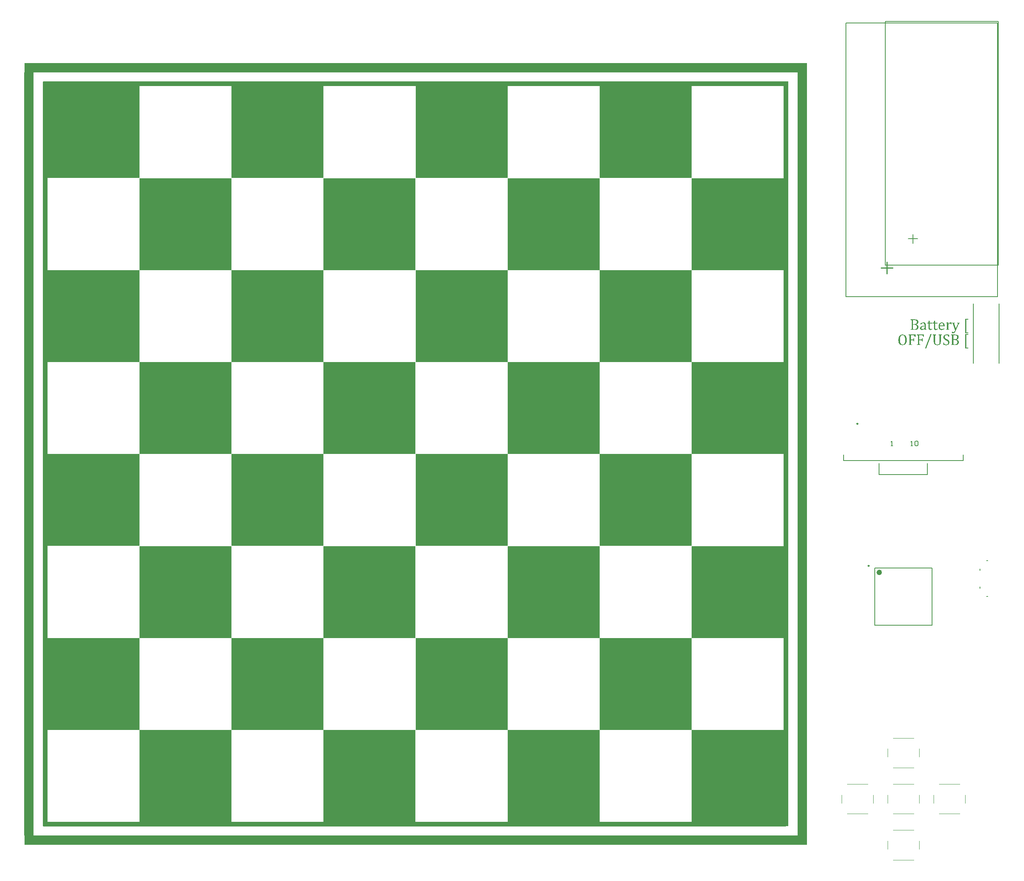
<source format=gto>
G04 Layer_Color=15132400*
%FSLAX25Y25*%
%MOIN*%
G70*
G01*
G75*
%ADD24C,0.01000*%
%ADD25C,0.00984*%
%ADD63C,0.02362*%
%ADD64C,0.00787*%
%ADD65C,0.00394*%
%ADD66C,0.00591*%
%ADD67R,6.69291X0.07874*%
%ADD68R,0.07874X6.57480*%
%ADD69R,0.07874X6.53543*%
%ADD70R,0.03937X6.37795*%
%ADD71R,6.35827X0.03937*%
%ADD72R,6.37795X0.03937*%
%ADD73R,0.78740X0.78740*%
G36*
X889280Y554607D02*
X888639D01*
Y554622D01*
X888610Y554680D01*
X888581Y554767D01*
X888551Y554855D01*
X888464Y555088D01*
X888406Y555205D01*
X888362Y555322D01*
Y555336D01*
X888333Y555365D01*
X888318Y555423D01*
X888274Y555482D01*
X888187Y555613D01*
X888070Y555744D01*
X888041Y555773D01*
X887968Y555832D01*
X887866Y555890D01*
X887720Y555948D01*
X887706D01*
X887691Y555963D01*
X887647D01*
X887589Y555977D01*
X887516Y555992D01*
X887429D01*
X887210Y556007D01*
X885300D01*
Y552435D01*
X886743D01*
X886802Y552449D01*
X886962Y552478D01*
X887093Y552522D01*
X887108D01*
X887123Y552537D01*
X887195Y552595D01*
X887283Y552697D01*
X887370Y552843D01*
Y552857D01*
X887385Y552887D01*
X887414Y552945D01*
X887429Y553018D01*
X887472Y553120D01*
X887502Y553236D01*
X887531Y553382D01*
X887574Y553543D01*
X888187D01*
Y550772D01*
X887574D01*
Y550787D01*
X887560Y550845D01*
X887531Y550918D01*
X887516Y551020D01*
X887443Y551239D01*
X887399Y551341D01*
X887356Y551443D01*
Y551458D01*
X887341Y551487D01*
X887283Y551574D01*
X887195Y551677D01*
X887093Y551764D01*
X887064Y551779D01*
X886977Y551822D01*
X886918Y551837D01*
X886845Y551851D01*
X886743Y551866D01*
X885300D01*
Y549285D01*
Y549271D01*
Y549227D01*
Y549154D01*
Y549067D01*
X885315Y548863D01*
X885329Y548746D01*
X885344Y548658D01*
Y548644D01*
X885358Y548615D01*
X885373Y548527D01*
X885431Y548396D01*
X885489Y548279D01*
X885504Y548265D01*
X885562Y548206D01*
X885650Y548134D01*
X885767Y548075D01*
X885781D01*
X885796Y548061D01*
X885839D01*
X885898Y548046D01*
X886043Y548002D01*
X886218Y547959D01*
Y547638D01*
X883302D01*
Y547959D01*
X883317D01*
X883375Y547973D01*
X883434Y548002D01*
X883521Y548032D01*
X883696Y548090D01*
X883784Y548134D01*
X883842Y548177D01*
X883871Y548206D01*
X883915Y548279D01*
X883988Y548381D01*
X884031Y548542D01*
Y548556D01*
X884046Y548586D01*
Y548644D01*
X884061Y548731D01*
Y548833D01*
X884075Y548950D01*
Y549096D01*
Y549271D01*
Y554942D01*
Y554957D01*
Y555015D01*
Y555103D01*
Y555190D01*
X884061Y555409D01*
X884046Y555511D01*
X884031Y555598D01*
Y555613D01*
Y555628D01*
X884002Y555715D01*
X883973Y555817D01*
X883929Y555919D01*
X883915Y555934D01*
X883871Y555992D01*
X883813Y556036D01*
X883725Y556094D01*
X883696Y556109D01*
X883623Y556138D01*
X883565Y556167D01*
X883492Y556196D01*
X883405Y556225D01*
X883302Y556255D01*
Y556575D01*
X889280D01*
Y554607D01*
D02*
G37*
G36*
X882078D02*
X881436D01*
Y554622D01*
X881407Y554680D01*
X881378Y554767D01*
X881349Y554855D01*
X881261Y555088D01*
X881203Y555205D01*
X881159Y555322D01*
Y555336D01*
X881130Y555365D01*
X881116Y555423D01*
X881072Y555482D01*
X880984Y555613D01*
X880868Y555744D01*
X880838Y555773D01*
X880766Y555832D01*
X880663Y555890D01*
X880518Y555948D01*
X880503D01*
X880489Y555963D01*
X880445D01*
X880387Y555977D01*
X880314Y555992D01*
X880226D01*
X880007Y556007D01*
X878098D01*
Y552435D01*
X879541D01*
X879599Y552449D01*
X879760Y552478D01*
X879891Y552522D01*
X879905D01*
X879920Y552537D01*
X879993Y552595D01*
X880080Y552697D01*
X880168Y552843D01*
Y552857D01*
X880182Y552887D01*
X880212Y552945D01*
X880226Y553018D01*
X880270Y553120D01*
X880299Y553236D01*
X880328Y553382D01*
X880372Y553543D01*
X880984D01*
Y550772D01*
X880372D01*
Y550787D01*
X880357Y550845D01*
X880328Y550918D01*
X880314Y551020D01*
X880241Y551239D01*
X880197Y551341D01*
X880153Y551443D01*
Y551458D01*
X880139Y551487D01*
X880080Y551574D01*
X879993Y551677D01*
X879891Y551764D01*
X879862Y551779D01*
X879774Y551822D01*
X879716Y551837D01*
X879643Y551851D01*
X879541Y551866D01*
X878098D01*
Y549285D01*
Y549271D01*
Y549227D01*
Y549154D01*
Y549067D01*
X878112Y548863D01*
X878127Y548746D01*
X878141Y548658D01*
Y548644D01*
X878156Y548615D01*
X878170Y548527D01*
X878229Y548396D01*
X878287Y548279D01*
X878302Y548265D01*
X878360Y548206D01*
X878447Y548134D01*
X878564Y548075D01*
X878579D01*
X878593Y548061D01*
X878637D01*
X878695Y548046D01*
X878841Y548002D01*
X879016Y547959D01*
Y547638D01*
X876100D01*
Y547959D01*
X876115D01*
X876173Y547973D01*
X876231Y548002D01*
X876319Y548032D01*
X876494Y548090D01*
X876581Y548134D01*
X876639Y548177D01*
X876669Y548206D01*
X876712Y548279D01*
X876785Y548381D01*
X876829Y548542D01*
Y548556D01*
X876844Y548586D01*
Y548644D01*
X876858Y548731D01*
Y548833D01*
X876873Y548950D01*
Y549096D01*
Y549271D01*
Y554942D01*
Y554957D01*
Y555015D01*
Y555103D01*
Y555190D01*
X876858Y555409D01*
X876844Y555511D01*
X876829Y555598D01*
Y555613D01*
Y555628D01*
X876800Y555715D01*
X876771Y555817D01*
X876727Y555919D01*
X876712Y555934D01*
X876669Y555992D01*
X876610Y556036D01*
X876523Y556094D01*
X876494Y556109D01*
X876421Y556138D01*
X876362Y556167D01*
X876289Y556196D01*
X876202Y556225D01*
X876100Y556255D01*
Y556575D01*
X882078D01*
Y554607D01*
D02*
G37*
G36*
X909153Y556677D02*
X909313Y556663D01*
X909663Y556634D01*
X909692D01*
X909751Y556619D01*
X909853Y556604D01*
X909999Y556590D01*
X910174Y556546D01*
X910378Y556517D01*
X910596Y556459D01*
X910859Y556400D01*
Y554622D01*
X910217D01*
Y554651D01*
X910188Y554724D01*
X910159Y554826D01*
X910115Y554957D01*
X910057Y555103D01*
X909984Y555248D01*
X909911Y555394D01*
X909824Y555526D01*
X909809Y555540D01*
X909780Y555584D01*
X909736Y555628D01*
X909678Y555700D01*
X909590Y555773D01*
X909503Y555846D01*
X909401Y555919D01*
X909284Y555977D01*
X909270D01*
X909226Y555992D01*
X909167Y556021D01*
X909065Y556050D01*
X908963Y556065D01*
X908817Y556094D01*
X908672Y556109D01*
X908424D01*
X908351Y556094D01*
X908249D01*
X908118Y556065D01*
X907986Y556036D01*
X907855Y556007D01*
X907724Y555948D01*
X907709D01*
X907666Y555919D01*
X907607Y555875D01*
X907535Y555832D01*
X907447Y555759D01*
X907360Y555671D01*
X907272Y555584D01*
X907185Y555467D01*
X907170Y555453D01*
X907155Y555409D01*
X907126Y555336D01*
X907097Y555248D01*
X907053Y555147D01*
X907024Y555015D01*
X907010Y554870D01*
X906995Y554709D01*
Y554695D01*
Y554636D01*
X907010Y554549D01*
Y554432D01*
X907039Y554315D01*
X907068Y554184D01*
X907097Y554053D01*
X907155Y553922D01*
X907170Y553907D01*
X907185Y553863D01*
X907228Y553805D01*
X907287Y553732D01*
X907360Y553630D01*
X907447Y553528D01*
X907564Y553426D01*
X907680Y553324D01*
X907695Y553309D01*
X907753Y553280D01*
X907826Y553222D01*
X907943Y553149D01*
X908103Y553047D01*
X908278Y552945D01*
X908482Y552828D01*
X908730Y552712D01*
X908745D01*
X908774Y552697D01*
X908817Y552668D01*
X908876Y552639D01*
X909022Y552566D01*
X909211Y552449D01*
X909415Y552332D01*
X909634Y552201D01*
X909838Y552070D01*
X910028Y551924D01*
X910042Y551910D01*
X910100Y551866D01*
X910188Y551793D01*
X910290Y551691D01*
X910407Y551574D01*
X910538Y551429D01*
X910655Y551283D01*
X910757Y551108D01*
X910771Y551093D01*
X910800Y551020D01*
X910844Y550933D01*
X910888Y550802D01*
X910932Y550641D01*
X910975Y550452D01*
X911005Y550248D01*
X911019Y550029D01*
Y550014D01*
Y550000D01*
Y549912D01*
X911005Y549781D01*
X910990Y549621D01*
X910961Y549446D01*
X910932Y549242D01*
X910873Y549052D01*
X910800Y548863D01*
X910786Y548848D01*
X910757Y548790D01*
X910713Y548702D01*
X910640Y548586D01*
X910553Y548469D01*
X910450Y548338D01*
X910334Y548206D01*
X910203Y548090D01*
X910188Y548075D01*
X910130Y548046D01*
X910057Y547988D01*
X909940Y547929D01*
X909809Y547857D01*
X909649Y547784D01*
X909474Y547725D01*
X909284Y547667D01*
X909255D01*
X909197Y547652D01*
X909080Y547623D01*
X908934Y547609D01*
X908759Y547579D01*
X908570Y547550D01*
X908351Y547536D01*
X907943D01*
X907841Y547550D01*
X907724D01*
X907578Y547565D01*
X907432Y547579D01*
X907272Y547594D01*
X907082Y547623D01*
X906674Y547682D01*
X906222Y547754D01*
X905741Y547871D01*
Y549664D01*
X906397D01*
Y549635D01*
X906426Y549577D01*
X906456Y549460D01*
X906485Y549344D01*
X906543Y549198D01*
X906601Y549038D01*
X906674Y548892D01*
X906747Y548761D01*
X906762Y548746D01*
X906791Y548702D01*
X906835Y548644D01*
X906907Y548571D01*
X906980Y548498D01*
X907082Y548411D01*
X907185Y548338D01*
X907316Y548265D01*
X907330D01*
X907389Y548236D01*
X907462Y548221D01*
X907564Y548192D01*
X907695Y548163D01*
X907855Y548134D01*
X908030Y548119D01*
X908234Y548104D01*
X908366D01*
X908497Y548119D01*
X908672Y548148D01*
X908861Y548206D01*
X909065Y548265D01*
X909255Y548367D01*
X909415Y548498D01*
X909430Y548513D01*
X909474Y548571D01*
X909546Y548673D01*
X909619Y548804D01*
X909692Y548965D01*
X909765Y549169D01*
X909809Y549402D01*
X909824Y549664D01*
Y549694D01*
Y549752D01*
X909809Y549839D01*
Y549956D01*
X909780Y550087D01*
X909751Y550218D01*
X909707Y550364D01*
X909649Y550495D01*
Y550510D01*
X909619Y550554D01*
X909576Y550612D01*
X909517Y550700D01*
X909444Y550802D01*
X909342Y550904D01*
X909226Y551006D01*
X909095Y551122D01*
X909080Y551137D01*
X909022Y551181D01*
X908934Y551239D01*
X908803Y551312D01*
X908642Y551414D01*
X908438Y551531D01*
X908191Y551662D01*
X907914Y551808D01*
X907899D01*
X907884Y551822D01*
X907841Y551851D01*
X907782Y551881D01*
X907651Y551954D01*
X907476Y552056D01*
X907287Y552158D01*
X907082Y552289D01*
X906878Y552420D01*
X906703Y552551D01*
X906689Y552566D01*
X906631Y552610D01*
X906543Y552682D01*
X906456Y552784D01*
X906339Y552901D01*
X906237Y553032D01*
X906120Y553178D01*
X906033Y553339D01*
X906018Y553353D01*
X906004Y553411D01*
X905960Y553499D01*
X905931Y553616D01*
X905887Y553761D01*
X905843Y553922D01*
X905829Y554097D01*
X905814Y554286D01*
Y554301D01*
Y554315D01*
Y554403D01*
X905829Y554549D01*
X905858Y554724D01*
X905902Y554913D01*
X905960Y555132D01*
X906033Y555351D01*
X906149Y555555D01*
X906164Y555584D01*
X906222Y555642D01*
X906295Y555744D01*
X906412Y555861D01*
X906558Y555992D01*
X906733Y556138D01*
X906937Y556269D01*
X907170Y556386D01*
X907185D01*
X907199Y556400D01*
X907287Y556429D01*
X907432Y556488D01*
X907607Y556546D01*
X907841Y556590D01*
X908103Y556648D01*
X908395Y556677D01*
X908701Y556692D01*
X909007D01*
X909153Y556677D01*
D02*
G37*
G36*
X894268Y566885D02*
X896382D01*
Y566229D01*
X894268D01*
Y563313D01*
Y563283D01*
Y563211D01*
Y563094D01*
Y562948D01*
X894282Y562788D01*
Y562613D01*
X894297Y562452D01*
X894312Y562292D01*
Y562278D01*
X894326Y562234D01*
X894341Y562161D01*
X894355Y562088D01*
X894428Y561898D01*
X894516Y561709D01*
Y561694D01*
X894545Y561680D01*
X894618Y561592D01*
X894720Y561490D01*
X894836Y561403D01*
X894851D01*
X894866Y561388D01*
X894909Y561374D01*
X894968Y561359D01*
X895113Y561330D01*
X895317Y561315D01*
X895420D01*
X895478Y561330D01*
X895638Y561359D01*
X895799Y561417D01*
X895813D01*
X895842Y561446D01*
X895886Y561461D01*
X895944Y561505D01*
X896090Y561607D01*
X896265Y561738D01*
X896557Y561374D01*
X896542Y561359D01*
X896484Y561301D01*
X896382Y561213D01*
X896265Y561126D01*
X896134Y561009D01*
X895988Y560907D01*
X895828Y560805D01*
X895667Y560717D01*
X895653Y560703D01*
X895595Y560688D01*
X895522Y560659D01*
X895405Y560630D01*
X895274Y560586D01*
X895128Y560557D01*
X894968Y560542D01*
X894807Y560528D01*
X894720D01*
X894676Y560542D01*
X894516Y560557D01*
X894341Y560586D01*
X894137Y560644D01*
X893918Y560732D01*
X893728Y560863D01*
X893553Y561024D01*
X893539Y561053D01*
X893495Y561111D01*
X893422Y561242D01*
X893349Y561403D01*
X893276Y561621D01*
X893203Y561898D01*
X893160Y562205D01*
X893145Y562584D01*
Y566229D01*
X892168D01*
Y566564D01*
X892183D01*
X892227Y566579D01*
X892285Y566593D01*
X892358Y566608D01*
X892533Y566666D01*
X892708Y566753D01*
X892722D01*
X892737Y566783D01*
X892824Y566841D01*
X892926Y566958D01*
X893014Y567089D01*
Y567103D01*
X893029Y567133D01*
X893058Y567176D01*
X893087Y567235D01*
X893130Y567395D01*
X893189Y567599D01*
Y567614D01*
X893203Y567658D01*
X893218Y567730D01*
X893233Y567832D01*
X893262Y567964D01*
X893276Y568124D01*
X893305Y568314D01*
X893335Y568518D01*
X894268D01*
Y566885D01*
D02*
G37*
G36*
X927277Y569465D02*
X925498D01*
Y558355D01*
X927277D01*
Y557816D01*
X924346D01*
Y570005D01*
X927277D01*
Y569465D01*
D02*
G37*
G36*
X927261Y556473D02*
X925482D01*
Y545363D01*
X927261D01*
Y544824D01*
X924331D01*
Y557013D01*
X927261D01*
Y556473D01*
D02*
G37*
G36*
X891147Y544824D02*
X890111D01*
X894864Y557013D01*
X895885D01*
X891147Y544824D01*
D02*
G37*
G36*
X871143Y556677D02*
X871245D01*
X871362Y556663D01*
X871638Y556634D01*
X871945Y556561D01*
X872266Y556473D01*
X872601Y556342D01*
X872907Y556167D01*
X872922D01*
X872936Y556138D01*
X872980Y556109D01*
X873038Y556065D01*
X873184Y555948D01*
X873359Y555788D01*
X873549Y555569D01*
X873753Y555307D01*
X873942Y555001D01*
X874117Y554651D01*
Y554636D01*
X874132Y554607D01*
X874161Y554549D01*
X874175Y554476D01*
X874219Y554374D01*
X874248Y554257D01*
X874277Y554126D01*
X874321Y553980D01*
X874365Y553805D01*
X874394Y553616D01*
X874438Y553426D01*
X874467Y553207D01*
X874511Y552741D01*
X874525Y552216D01*
Y552201D01*
Y552143D01*
Y552070D01*
Y551954D01*
X874511Y551822D01*
X874496Y551677D01*
X874482Y551502D01*
X874467Y551312D01*
X874409Y550904D01*
X874336Y550481D01*
X874219Y550043D01*
X874059Y549621D01*
Y549606D01*
X874044Y549577D01*
X874015Y549519D01*
X873971Y549446D01*
X873928Y549358D01*
X873869Y549256D01*
X873724Y549038D01*
X873549Y548775D01*
X873315Y548513D01*
X873067Y548265D01*
X872761Y548046D01*
X872747D01*
X872717Y548032D01*
X872674Y548002D01*
X872615Y547973D01*
X872528Y547929D01*
X872440Y547886D01*
X872324Y547842D01*
X872207Y547798D01*
X871930Y547696D01*
X871595Y547623D01*
X871230Y547565D01*
X870822Y547536D01*
X870691D01*
X870545Y547550D01*
X870341Y547565D01*
X870122Y547594D01*
X869874Y547638D01*
X869627Y547696D01*
X869379Y547784D01*
X869349Y547798D01*
X869277Y547827D01*
X869145Y547900D01*
X868999Y547988D01*
X868825Y548090D01*
X868635Y548236D01*
X868445Y548396D01*
X868270Y548586D01*
X868256Y548615D01*
X868198Y548688D01*
X868110Y548804D01*
X868008Y548965D01*
X867892Y549169D01*
X867775Y549417D01*
X867658Y549679D01*
X867556Y549985D01*
Y550000D01*
X867542Y550029D01*
X867527Y550073D01*
X867512Y550146D01*
X867498Y550218D01*
X867483Y550320D01*
X867454Y550437D01*
X867439Y550568D01*
X867381Y550860D01*
X867352Y551210D01*
X867323Y551604D01*
X867308Y552026D01*
Y552041D01*
Y552099D01*
Y552172D01*
X867323Y552274D01*
Y552406D01*
X867337Y552551D01*
X867352Y552712D01*
X867367Y552887D01*
X867410Y553280D01*
X867498Y553703D01*
X867600Y554126D01*
X867746Y554534D01*
Y554549D01*
X867760Y554578D01*
X867789Y554636D01*
X867833Y554709D01*
X867877Y554797D01*
X867935Y554899D01*
X868081Y555132D01*
X868256Y555394D01*
X868475Y555657D01*
X868737Y555905D01*
X869029Y556138D01*
X869043D01*
X869072Y556167D01*
X869116Y556196D01*
X869174Y556225D01*
X869262Y556269D01*
X869349Y556313D01*
X869583Y556415D01*
X869860Y556517D01*
X870195Y556604D01*
X870560Y556663D01*
X870953Y556692D01*
X871070D01*
X871143Y556677D01*
D02*
G37*
G36*
X904443Y556255D02*
X904429D01*
X904385Y556240D01*
X904312Y556225D01*
X904239Y556196D01*
X904064Y556123D01*
X903977Y556080D01*
X903919Y556036D01*
X903904Y556021D01*
X903846Y555948D01*
X903787Y555846D01*
X903729Y555700D01*
Y555686D01*
X903714Y555657D01*
Y555598D01*
X903700Y555526D01*
X903685Y555423D01*
Y555292D01*
X903671Y555132D01*
Y554942D01*
Y550729D01*
Y550714D01*
Y550700D01*
Y550612D01*
Y550481D01*
X903656Y550306D01*
X903642Y550116D01*
X903612Y549912D01*
X903583Y549694D01*
X903540Y549489D01*
Y549475D01*
X903525Y549402D01*
X903496Y549314D01*
X903452Y549198D01*
X903394Y549052D01*
X903335Y548906D01*
X903175Y548615D01*
X903160Y548600D01*
X903131Y548556D01*
X903088Y548498D01*
X903015Y548411D01*
X902927Y548323D01*
X902825Y548221D01*
X902592Y548032D01*
X902577Y548017D01*
X902534Y547988D01*
X902461Y547944D01*
X902359Y547900D01*
X902242Y547842D01*
X902111Y547784D01*
X901950Y547725D01*
X901775Y547667D01*
X901761D01*
X901688Y547652D01*
X901586Y547623D01*
X901455Y547609D01*
X901280Y547579D01*
X901090Y547550D01*
X900871Y547536D01*
X900507D01*
X900361Y547550D01*
X900172Y547565D01*
X899953Y547579D01*
X899720Y547609D01*
X899486Y547652D01*
X899268Y547711D01*
X899238Y547725D01*
X899180Y547740D01*
X899078Y547784D01*
X898947Y547842D01*
X898801Y547929D01*
X898641Y548032D01*
X898480Y548148D01*
X898335Y548279D01*
X898320Y548294D01*
X898276Y548352D01*
X898203Y548440D01*
X898130Y548556D01*
X898043Y548688D01*
X897955Y548848D01*
X897868Y549038D01*
X897795Y549227D01*
Y549256D01*
X897766Y549329D01*
X897751Y549446D01*
X897722Y549606D01*
X897693Y549810D01*
X897664Y550058D01*
X897649Y550320D01*
X897635Y550627D01*
Y554942D01*
Y554972D01*
Y555030D01*
Y555117D01*
Y555219D01*
X897620Y555453D01*
Y555555D01*
X897606Y555628D01*
Y555642D01*
Y555657D01*
X897576Y555730D01*
X897547Y555832D01*
X897503Y555919D01*
X897489Y555934D01*
X897460Y555977D01*
X897401Y556036D01*
X897328Y556094D01*
X897299Y556109D01*
X897270Y556123D01*
X897226Y556138D01*
X897168Y556167D01*
X897095Y556196D01*
X897008Y556225D01*
X896891Y556255D01*
Y556575D01*
X899647D01*
Y556255D01*
X899632D01*
X899588Y556240D01*
X899530Y556225D01*
X899443Y556196D01*
X899282Y556138D01*
X899195Y556094D01*
X899136Y556050D01*
X899107Y556036D01*
X899063Y555963D01*
X898991Y555861D01*
X898932Y555700D01*
Y555686D01*
Y555657D01*
X898918Y555598D01*
Y555526D01*
X898903Y555423D01*
Y555292D01*
X898888Y555132D01*
Y554942D01*
Y550306D01*
Y550277D01*
Y550204D01*
X898903Y550087D01*
Y549927D01*
X898918Y549766D01*
X898947Y549577D01*
X898976Y549402D01*
X899020Y549227D01*
Y549212D01*
X899049Y549154D01*
X899078Y549081D01*
X899122Y548979D01*
X899224Y548761D01*
X899297Y548658D01*
X899384Y548556D01*
X899399Y548542D01*
X899428Y548513D01*
X899486Y548483D01*
X899545Y548425D01*
X899632Y548367D01*
X899734Y548309D01*
X899967Y548206D01*
X899982D01*
X900026Y548192D01*
X900099Y548177D01*
X900201Y548163D01*
X900317Y548134D01*
X900463Y548119D01*
X900624Y548104D01*
X900871D01*
X900959Y548119D01*
X901075D01*
X901207Y548148D01*
X901338Y548177D01*
X901484Y548206D01*
X901615Y548265D01*
X901630Y548279D01*
X901673Y548294D01*
X901732Y548338D01*
X901819Y548381D01*
X901907Y548454D01*
X902009Y548542D01*
X902111Y548629D01*
X902198Y548746D01*
X902213Y548761D01*
X902242Y548804D01*
X902271Y548877D01*
X902329Y548979D01*
X902373Y549096D01*
X902431Y549227D01*
X902475Y549387D01*
X902504Y549562D01*
Y549591D01*
X902519Y549650D01*
X902534Y549752D01*
X902548Y549898D01*
X902563Y550087D01*
X902577Y550306D01*
X902592Y550554D01*
Y550845D01*
Y554942D01*
Y554972D01*
Y555030D01*
Y555132D01*
Y555248D01*
X902563Y555511D01*
X902548Y555628D01*
X902534Y555715D01*
Y555730D01*
X902519Y555744D01*
X902490Y555832D01*
X902446Y555948D01*
X902359Y556036D01*
X902329Y556050D01*
X902300Y556080D01*
X902242Y556109D01*
X902169Y556138D01*
X902082Y556182D01*
X901965Y556211D01*
X901834Y556255D01*
Y556575D01*
X904443D01*
Y556255D01*
D02*
G37*
G36*
X916414Y556561D02*
X916647Y556546D01*
X916909Y556517D01*
X917186Y556488D01*
X917463Y556429D01*
X917711Y556357D01*
X917726D01*
X917741Y556342D01*
X917813Y556313D01*
X917930Y556269D01*
X918076Y556196D01*
X918222Y556094D01*
X918382Y555992D01*
X918528Y555861D01*
X918659Y555700D01*
X918674Y555686D01*
X918703Y555628D01*
X918761Y555526D01*
X918819Y555394D01*
X918863Y555234D01*
X918921Y555044D01*
X918951Y554826D01*
X918965Y554578D01*
Y554549D01*
Y554476D01*
X918951Y554374D01*
X918936Y554243D01*
X918907Y554082D01*
X918878Y553922D01*
X918819Y553747D01*
X918746Y553586D01*
X918732Y553572D01*
X918703Y553513D01*
X918659Y553441D01*
X918601Y553339D01*
X918513Y553236D01*
X918411Y553120D01*
X918178Y552887D01*
X918163Y552872D01*
X918120Y552843D01*
X918032Y552784D01*
X917930Y552726D01*
X917799Y552639D01*
X917653Y552551D01*
X917478Y552464D01*
X917274Y552376D01*
Y552318D01*
X917288D01*
X917318Y552303D01*
X917361Y552289D01*
X917420Y552274D01*
X917580Y552201D01*
X917770Y552114D01*
X917988Y551997D01*
X918222Y551851D01*
X918426Y551691D01*
X918615Y551487D01*
X918630Y551458D01*
X918688Y551385D01*
X918761Y551268D01*
X918849Y551108D01*
X918936Y550918D01*
X919009Y550700D01*
X919067Y550437D01*
X919082Y550160D01*
Y550146D01*
Y550116D01*
Y550073D01*
Y550014D01*
X919067Y549839D01*
X919038Y549635D01*
X918980Y549402D01*
X918907Y549154D01*
X918805Y548921D01*
X918674Y548688D01*
X918659Y548658D01*
X918601Y548600D01*
X918513Y548498D01*
X918382Y548381D01*
X918236Y548250D01*
X918047Y548119D01*
X917813Y547988D01*
X917566Y547886D01*
X917551D01*
X917536Y547871D01*
X917493Y547857D01*
X917434Y547842D01*
X917288Y547813D01*
X917084Y547769D01*
X916836Y547711D01*
X916545Y547682D01*
X916210Y547652D01*
X915845Y547638D01*
X912463D01*
Y547959D01*
X912477D01*
X912535Y547973D01*
X912594Y548002D01*
X912681Y548032D01*
X912856Y548090D01*
X912944Y548134D01*
X913002Y548177D01*
X913031Y548206D01*
X913075Y548279D01*
X913148Y548381D01*
X913192Y548542D01*
Y548556D01*
X913206Y548586D01*
Y548644D01*
X913221Y548731D01*
Y548833D01*
X913235Y548950D01*
Y549096D01*
Y549271D01*
Y554942D01*
Y554957D01*
Y555015D01*
Y555103D01*
Y555190D01*
X913221Y555409D01*
X913206Y555511D01*
X913192Y555598D01*
Y555613D01*
Y555628D01*
X913162Y555715D01*
X913133Y555817D01*
X913089Y555919D01*
X913075Y555934D01*
X913031Y555992D01*
X912973Y556036D01*
X912885Y556094D01*
X912856Y556109D01*
X912783Y556138D01*
X912725Y556167D01*
X912652Y556196D01*
X912565Y556225D01*
X912463Y556255D01*
Y556575D01*
X916312D01*
X916414Y556561D01*
D02*
G37*
G36*
X889194Y566987D02*
X889340Y566972D01*
X889515Y566958D01*
X889690Y566914D01*
X889850Y566870D01*
X890010Y566797D01*
X890025Y566783D01*
X890069Y566753D01*
X890142Y566710D01*
X890229Y566637D01*
X890331Y566549D01*
X890419Y566447D01*
X890521Y566316D01*
X890594Y566156D01*
X890608Y566141D01*
X890623Y566083D01*
X890652Y565981D01*
X890696Y565835D01*
X890739Y565660D01*
X890769Y565441D01*
X890783Y565179D01*
X890798Y564873D01*
Y562598D01*
Y562584D01*
Y562525D01*
Y562438D01*
Y562336D01*
Y562103D01*
Y562000D01*
Y561913D01*
Y561898D01*
Y561884D01*
X890812Y561796D01*
X890827Y561665D01*
X890841Y561534D01*
X890856Y561505D01*
X890871Y561446D01*
X890900Y561359D01*
X890944Y561271D01*
X890958Y561257D01*
X891002Y561213D01*
X891060Y561155D01*
X891133Y561096D01*
X891162Y561082D01*
X891235Y561053D01*
X891366Y561009D01*
X891454Y560980D01*
X891556Y560951D01*
Y560630D01*
X889763D01*
X889792Y561563D01*
X889690Y561592D01*
X889660Y561563D01*
X889588Y561505D01*
X889485Y561388D01*
X889340Y561271D01*
X889179Y561140D01*
X888990Y560994D01*
X888800Y560863D01*
X888611Y560761D01*
X888582Y560747D01*
X888523Y560732D01*
X888421Y560688D01*
X888290Y560644D01*
X888144Y560601D01*
X887955Y560572D01*
X887765Y560542D01*
X887561Y560528D01*
X887473D01*
X887386Y560542D01*
X887269Y560557D01*
X887124Y560572D01*
X886978Y560615D01*
X886817Y560659D01*
X886672Y560717D01*
X886657Y560732D01*
X886613Y560747D01*
X886540Y560790D01*
X886453Y560863D01*
X886365Y560936D01*
X886263Y561024D01*
X886176Y561140D01*
X886088Y561257D01*
X886074Y561271D01*
X886059Y561315D01*
X886030Y561388D01*
X885986Y561490D01*
X885943Y561607D01*
X885913Y561738D01*
X885899Y561898D01*
X885884Y562059D01*
Y562073D01*
Y562103D01*
Y562146D01*
X885899Y562219D01*
X885928Y562394D01*
X886001Y562613D01*
X886117Y562846D01*
X886191Y562963D01*
X886278Y563094D01*
X886395Y563211D01*
X886526Y563327D01*
X886672Y563444D01*
X886832Y563546D01*
X886847D01*
X886876Y563575D01*
X886934Y563590D01*
X887007Y563633D01*
X887109Y563677D01*
X887226Y563721D01*
X887371Y563765D01*
X887546Y563823D01*
X887736Y563867D01*
X887940Y563925D01*
X888173Y563969D01*
X888436Y564027D01*
X888713Y564056D01*
X889004Y564100D01*
X889325Y564129D01*
X889675Y564144D01*
Y564581D01*
Y564596D01*
Y564610D01*
Y564698D01*
Y564814D01*
X889660Y564960D01*
X889646Y565135D01*
X889617Y565310D01*
X889588Y565485D01*
X889544Y565645D01*
Y565660D01*
X889515Y565704D01*
X889485Y565777D01*
X889442Y565864D01*
X889311Y566054D01*
X889238Y566156D01*
X889136Y566229D01*
X889121Y566243D01*
X889092Y566258D01*
X889019Y566287D01*
X888931Y566331D01*
X888829Y566360D01*
X888698Y566389D01*
X888552Y566404D01*
X888377Y566418D01*
X888290D01*
X888202Y566404D01*
X888086Y566389D01*
X887955Y566345D01*
X887823Y566301D01*
X887678Y566229D01*
X887561Y566141D01*
X887546Y566127D01*
X887517Y566097D01*
X887459Y566024D01*
X887386Y565937D01*
X887313Y565835D01*
X887240Y565689D01*
X887167Y565529D01*
X887094Y565339D01*
X886234D01*
Y566185D01*
X886249D01*
X886263Y566199D01*
X886336Y566243D01*
X886453Y566301D01*
X886599Y566374D01*
X886774Y566447D01*
X886949Y566535D01*
X887124Y566608D01*
X887284Y566666D01*
X887298Y566681D01*
X887357Y566695D01*
X887444Y566724D01*
X887546Y566753D01*
X887678Y566797D01*
X887809Y566841D01*
X888115Y566914D01*
X888130D01*
X888188Y566928D01*
X888275Y566943D01*
X888377Y566958D01*
X888509Y566972D01*
X888655Y566987D01*
X888975Y567001D01*
X889077D01*
X889194Y566987D01*
D02*
G37*
G36*
X912668D02*
X912901Y566958D01*
Y565456D01*
X912157D01*
Y565471D01*
X912128Y565514D01*
X912099Y565573D01*
X912055Y565645D01*
X911953Y565820D01*
X911895Y565893D01*
X911822Y565966D01*
X911808Y565981D01*
X911793Y565995D01*
X911749Y566024D01*
X911691Y566054D01*
X911545Y566097D01*
X911443Y566127D01*
X911254D01*
X911195Y566112D01*
X911049Y566068D01*
X910874Y565981D01*
X910860D01*
X910831Y565952D01*
X910787Y565922D01*
X910729Y565879D01*
X910583Y565762D01*
X910422Y565587D01*
X910408Y565573D01*
X910393Y565543D01*
X910349Y565485D01*
X910306Y565427D01*
X910204Y565266D01*
X910116Y565091D01*
Y565077D01*
X910102Y565048D01*
X910087Y565004D01*
Y564946D01*
X910073Y564858D01*
X910058Y564771D01*
X910043Y564552D01*
Y562263D01*
Y562234D01*
Y562161D01*
Y562059D01*
X910058Y561942D01*
X910073Y561665D01*
X910087Y561534D01*
X910116Y561432D01*
Y561417D01*
X910131Y561403D01*
X910175Y561315D01*
X910248Y561199D01*
X910349Y561111D01*
X910364D01*
X910379Y561096D01*
X910422Y561082D01*
X910481Y561053D01*
X910554Y561024D01*
X910641Y560994D01*
X910743Y560980D01*
X910860Y560951D01*
Y560630D01*
X908221D01*
Y560951D01*
X908235D01*
X908265Y560965D01*
X908352Y560994D01*
X908469Y561038D01*
X908571Y561082D01*
X908585Y561096D01*
X908644Y561126D01*
X908702Y561169D01*
X908760Y561242D01*
X908775Y561257D01*
X908804Y561315D01*
X908848Y561417D01*
X908877Y561563D01*
Y561578D01*
X908891Y561607D01*
Y561651D01*
X908906Y561738D01*
Y561826D01*
X908921Y561942D01*
Y562088D01*
Y562248D01*
Y565106D01*
Y565121D01*
Y565179D01*
Y565252D01*
Y565339D01*
Y565558D01*
X908906Y565777D01*
Y565791D01*
Y565820D01*
X908891Y565864D01*
Y565922D01*
X908862Y566054D01*
X908804Y566185D01*
Y566199D01*
X908790Y566214D01*
X908746Y566272D01*
X908673Y566345D01*
X908571Y566418D01*
X908542Y566433D01*
X908454Y566462D01*
X908308Y566506D01*
X908119Y566549D01*
Y566885D01*
X909650Y566943D01*
X910043D01*
X909985Y565806D01*
X910073Y565777D01*
X910087Y565791D01*
X910131Y565850D01*
X910204Y565937D01*
X910291Y566039D01*
X910510Y566258D01*
X910627Y566374D01*
X910743Y566476D01*
X910758Y566491D01*
X910802Y566520D01*
X910860Y566564D01*
X910947Y566622D01*
X911035Y566681D01*
X911151Y566739D01*
X911399Y566856D01*
X911414D01*
X911458Y566885D01*
X911545Y566899D01*
X911633Y566928D01*
X911764Y566958D01*
X911895Y566972D01*
X912055Y567001D01*
X912449D01*
X912668Y566987D01*
D02*
G37*
G36*
X919914Y566564D02*
X919899D01*
X919870Y566549D01*
X919827D01*
X919768Y566535D01*
X919637Y566476D01*
X919506Y566404D01*
X919477Y566389D01*
X919418Y566331D01*
X919331Y566214D01*
X919229Y566068D01*
Y566054D01*
X919200Y566024D01*
X919170Y565966D01*
X919141Y565893D01*
X919098Y565806D01*
X919039Y565689D01*
X918981Y565558D01*
X918908Y565412D01*
X916531Y560105D01*
Y560090D01*
X916517Y560076D01*
X916502Y560032D01*
X916473Y559974D01*
X916400Y559828D01*
X916313Y559639D01*
X916211Y559420D01*
X916094Y559201D01*
X915963Y558997D01*
X915832Y558793D01*
X915817Y558764D01*
X915773Y558705D01*
X915700Y558618D01*
X915613Y558501D01*
X915496Y558385D01*
X915380Y558253D01*
X915234Y558137D01*
X915088Y558035D01*
X915073Y558020D01*
X915015Y557991D01*
X914928Y557947D01*
X914811Y557903D01*
X914665Y557860D01*
X914505Y557816D01*
X914315Y557787D01*
X914111Y557772D01*
X913965D01*
X913878Y557787D01*
X913747D01*
X913615Y557801D01*
X913455Y557816D01*
X913295Y557845D01*
Y559143D01*
X913878D01*
Y559128D01*
X913892Y559099D01*
X913907Y559055D01*
X913936Y558997D01*
X913995Y558880D01*
X914038Y558822D01*
X914082Y558778D01*
X914111Y558764D01*
X914170Y558735D01*
X914272Y558691D01*
X914417Y558676D01*
X914447D01*
X914534Y558691D01*
X914651Y558705D01*
X914767Y558749D01*
X914782D01*
X914796Y558764D01*
X914869Y558807D01*
X914971Y558895D01*
X915088Y559012D01*
X915103Y559026D01*
X915117Y559041D01*
X915161Y559084D01*
X915205Y559143D01*
X915263Y559230D01*
X915321Y559318D01*
X915409Y559434D01*
X915482Y559566D01*
X915496Y559580D01*
X915525Y559639D01*
X915569Y559711D01*
X915627Y559828D01*
X915715Y559974D01*
X915802Y560134D01*
X915890Y560324D01*
X915992Y560528D01*
X914155Y565456D01*
Y565471D01*
X914126Y565529D01*
X914097Y565616D01*
X914053Y565718D01*
X913965Y565937D01*
X913907Y566039D01*
X913863Y566127D01*
Y566141D01*
X913849Y566156D01*
X913790Y566229D01*
X913717Y566331D01*
X913630Y566404D01*
X913615Y566418D01*
X913542Y566462D01*
X913426Y566520D01*
X913266Y566564D01*
Y566885D01*
X915934D01*
Y566564D01*
X915919D01*
X915875Y566549D01*
X915832Y566535D01*
X915759Y566520D01*
X915613Y566476D01*
X915540Y566447D01*
X915482Y566418D01*
X915467Y566404D01*
X915423Y566374D01*
X915365Y566316D01*
X915307Y566243D01*
X915292Y566229D01*
X915277Y566170D01*
X915263Y566083D01*
X915248Y565966D01*
Y565952D01*
Y565937D01*
Y565850D01*
X915263Y565733D01*
X915292Y565602D01*
Y565587D01*
X915307Y565573D01*
Y565529D01*
X915321Y565471D01*
X915365Y565339D01*
X915423Y565164D01*
X916590Y561869D01*
X917902Y565019D01*
Y565033D01*
X917916Y565062D01*
X917946Y565121D01*
X917975Y565179D01*
X918019Y565339D01*
X918077Y565500D01*
Y565514D01*
X918091Y565543D01*
X918106Y565573D01*
X918121Y565631D01*
X918135Y565762D01*
X918150Y565908D01*
Y565922D01*
Y565952D01*
X918135Y566010D01*
Y566068D01*
X918077Y566214D01*
X918048Y566287D01*
X917989Y566345D01*
X917960Y566374D01*
X917916Y566389D01*
X917858Y566433D01*
X917785Y566462D01*
X917698Y566506D01*
X917581Y566535D01*
X917450Y566564D01*
Y566885D01*
X919914D01*
Y566564D01*
D02*
G37*
G36*
X898817Y566885D02*
X900931D01*
Y566229D01*
X898817D01*
Y563313D01*
Y563283D01*
Y563211D01*
Y563094D01*
Y562948D01*
X898831Y562788D01*
Y562613D01*
X898846Y562452D01*
X898860Y562292D01*
Y562278D01*
X898875Y562234D01*
X898890Y562161D01*
X898904Y562088D01*
X898977Y561898D01*
X899065Y561709D01*
Y561694D01*
X899094Y561680D01*
X899167Y561592D01*
X899269Y561490D01*
X899385Y561403D01*
X899400D01*
X899415Y561388D01*
X899458Y561374D01*
X899517Y561359D01*
X899662Y561330D01*
X899866Y561315D01*
X899969D01*
X900027Y561330D01*
X900187Y561359D01*
X900348Y561417D01*
X900362D01*
X900391Y561446D01*
X900435Y561461D01*
X900493Y561505D01*
X900639Y561607D01*
X900814Y561738D01*
X901106Y561374D01*
X901091Y561359D01*
X901033Y561301D01*
X900931Y561213D01*
X900814Y561126D01*
X900683Y561009D01*
X900537Y560907D01*
X900377Y560805D01*
X900216Y560717D01*
X900202Y560703D01*
X900144Y560688D01*
X900071Y560659D01*
X899954Y560630D01*
X899823Y560586D01*
X899677Y560557D01*
X899517Y560542D01*
X899356Y560528D01*
X899269D01*
X899225Y560542D01*
X899065Y560557D01*
X898890Y560586D01*
X898685Y560644D01*
X898467Y560732D01*
X898277Y560863D01*
X898102Y561024D01*
X898088Y561053D01*
X898044Y561111D01*
X897971Y561242D01*
X897898Y561403D01*
X897825Y561621D01*
X897752Y561898D01*
X897709Y562205D01*
X897694Y562584D01*
Y566229D01*
X896717D01*
Y566564D01*
X896732D01*
X896776Y566579D01*
X896834Y566593D01*
X896907Y566608D01*
X897082Y566666D01*
X897257Y566753D01*
X897271D01*
X897286Y566783D01*
X897373Y566841D01*
X897475Y566958D01*
X897563Y567089D01*
Y567103D01*
X897577Y567133D01*
X897607Y567176D01*
X897636Y567235D01*
X897680Y567395D01*
X897738Y567599D01*
Y567614D01*
X897752Y567658D01*
X897767Y567730D01*
X897782Y567832D01*
X897811Y567964D01*
X897825Y568124D01*
X897854Y568314D01*
X897884Y568518D01*
X898817D01*
Y566885D01*
D02*
G37*
G36*
X904780Y566987D02*
X904940Y566972D01*
X905115Y566943D01*
X905305Y566914D01*
X905494Y566856D01*
X905684Y566783D01*
X905698Y566768D01*
X905757Y566739D01*
X905844Y566695D01*
X905946Y566637D01*
X906078Y566549D01*
X906194Y566462D01*
X906311Y566345D01*
X906427Y566214D01*
X906442Y566199D01*
X906471Y566156D01*
X906530Y566068D01*
X906588Y565966D01*
X906646Y565835D01*
X906719Y565675D01*
X906792Y565500D01*
X906850Y565296D01*
X906865Y565266D01*
X906880Y565194D01*
X906909Y565077D01*
X906938Y564902D01*
X906967Y564698D01*
X906996Y564450D01*
X907011Y564173D01*
X907025Y563852D01*
X902899D01*
Y563735D01*
Y563721D01*
Y563706D01*
Y563663D01*
Y563604D01*
X902914Y563458D01*
X902928Y563283D01*
X902943Y563079D01*
X902972Y562861D01*
X903016Y562642D01*
X903074Y562438D01*
X903089Y562409D01*
X903103Y562350D01*
X903147Y562263D01*
X903205Y562132D01*
X903293Y562000D01*
X903395Y561869D01*
X903512Y561738D01*
X903643Y561607D01*
X903657Y561592D01*
X903716Y561563D01*
X903803Y561519D01*
X903920Y561461D01*
X904066Y561403D01*
X904241Y561359D01*
X904445Y561330D01*
X904678Y561315D01*
X904765D01*
X904867Y561330D01*
X904999Y561344D01*
X905144Y561359D01*
X905305Y561403D01*
X905480Y561446D01*
X905640Y561505D01*
X905655Y561519D01*
X905713Y561549D01*
X905801Y561592D01*
X905917Y561665D01*
X906048Y561753D01*
X906194Y561869D01*
X906340Y562000D01*
X906500Y562161D01*
X906894Y561738D01*
X906880Y561723D01*
X906821Y561665D01*
X906748Y561592D01*
X906646Y561490D01*
X906530Y561374D01*
X906398Y561271D01*
X906267Y561155D01*
X906136Y561053D01*
X906121Y561038D01*
X906078Y561009D01*
X906005Y560965D01*
X905903Y560907D01*
X905801Y560849D01*
X905669Y560776D01*
X905363Y560659D01*
X905349D01*
X905290Y560644D01*
X905203Y560615D01*
X905086Y560601D01*
X904955Y560572D01*
X904795Y560542D01*
X904620Y560528D01*
X904299D01*
X904211Y560542D01*
X904095Y560557D01*
X903963Y560572D01*
X903672Y560630D01*
X903337Y560717D01*
X903001Y560863D01*
X902841Y560965D01*
X902680Y561067D01*
X902535Y561184D01*
X902389Y561330D01*
Y561344D01*
X902360Y561374D01*
X902330Y561417D01*
X902287Y561476D01*
X902228Y561563D01*
X902170Y561665D01*
X902112Y561796D01*
X902054Y561928D01*
X901981Y562088D01*
X901922Y562263D01*
X901864Y562467D01*
X901806Y562671D01*
X901762Y562904D01*
X901733Y563167D01*
X901718Y563429D01*
X901704Y563721D01*
Y563735D01*
Y563765D01*
Y563823D01*
Y563881D01*
X901718Y563969D01*
Y564071D01*
X901747Y564304D01*
X901791Y564567D01*
X901849Y564858D01*
X901937Y565150D01*
X902054Y565441D01*
Y565456D01*
X902068Y565471D01*
X902112Y565558D01*
X902199Y565704D01*
X902316Y565864D01*
X902447Y566054D01*
X902622Y566243D01*
X902812Y566433D01*
X903045Y566593D01*
X903059D01*
X903074Y566608D01*
X903162Y566651D01*
X903293Y566724D01*
X903482Y566797D01*
X903701Y566870D01*
X903949Y566943D01*
X904241Y566987D01*
X904547Y567001D01*
X904663D01*
X904780Y566987D01*
D02*
G37*
G36*
X881904Y569553D02*
X882137Y569538D01*
X882400Y569509D01*
X882677Y569480D01*
X882954Y569422D01*
X883202Y569349D01*
X883216D01*
X883231Y569334D01*
X883304Y569305D01*
X883420Y569261D01*
X883566Y569188D01*
X883712Y569086D01*
X883872Y568984D01*
X884018Y568853D01*
X884149Y568693D01*
X884164Y568678D01*
X884193Y568620D01*
X884251Y568518D01*
X884310Y568387D01*
X884353Y568226D01*
X884412Y568037D01*
X884441Y567818D01*
X884455Y567570D01*
Y567541D01*
Y567468D01*
X884441Y567366D01*
X884426Y567235D01*
X884397Y567074D01*
X884368Y566914D01*
X884310Y566739D01*
X884237Y566579D01*
X884222Y566564D01*
X884193Y566506D01*
X884149Y566433D01*
X884091Y566331D01*
X884003Y566229D01*
X883901Y566112D01*
X883668Y565879D01*
X883654Y565864D01*
X883610Y565835D01*
X883522Y565777D01*
X883420Y565718D01*
X883289Y565631D01*
X883143Y565543D01*
X882968Y565456D01*
X882764Y565368D01*
Y565310D01*
X882779D01*
X882808Y565296D01*
X882852Y565281D01*
X882910Y565266D01*
X883070Y565194D01*
X883260Y565106D01*
X883479Y564989D01*
X883712Y564844D01*
X883916Y564683D01*
X884105Y564479D01*
X884120Y564450D01*
X884178Y564377D01*
X884251Y564260D01*
X884339Y564100D01*
X884426Y563910D01*
X884499Y563692D01*
X884558Y563429D01*
X884572Y563152D01*
Y563138D01*
Y563108D01*
Y563065D01*
Y563006D01*
X884558Y562831D01*
X884528Y562627D01*
X884470Y562394D01*
X884397Y562146D01*
X884295Y561913D01*
X884164Y561680D01*
X884149Y561651D01*
X884091Y561592D01*
X884003Y561490D01*
X883872Y561374D01*
X883726Y561242D01*
X883537Y561111D01*
X883304Y560980D01*
X883056Y560878D01*
X883041D01*
X883027Y560863D01*
X882983Y560849D01*
X882924Y560834D01*
X882779Y560805D01*
X882575Y560761D01*
X882327Y560703D01*
X882035Y560674D01*
X881700Y560644D01*
X881335Y560630D01*
X877953D01*
Y560951D01*
X877967D01*
X878026Y560965D01*
X878084Y560994D01*
X878172Y561024D01*
X878346Y561082D01*
X878434Y561126D01*
X878492Y561169D01*
X878521Y561199D01*
X878565Y561271D01*
X878638Y561374D01*
X878682Y561534D01*
Y561549D01*
X878696Y561578D01*
Y561636D01*
X878711Y561723D01*
Y561826D01*
X878726Y561942D01*
Y562088D01*
Y562263D01*
Y567935D01*
Y567949D01*
Y568007D01*
Y568095D01*
Y568182D01*
X878711Y568401D01*
X878696Y568503D01*
X878682Y568591D01*
Y568605D01*
Y568620D01*
X878653Y568707D01*
X878623Y568809D01*
X878580Y568911D01*
X878565Y568926D01*
X878521Y568984D01*
X878463Y569028D01*
X878376Y569086D01*
X878346Y569101D01*
X878273Y569130D01*
X878215Y569159D01*
X878142Y569188D01*
X878055Y569217D01*
X877953Y569247D01*
Y569567D01*
X881802D01*
X881904Y569553D01*
D02*
G37*
%LPC*%
G36*
X904488Y566491D02*
X904459D01*
X904372Y566476D01*
X904255Y566462D01*
X904109Y566418D01*
X903934Y566360D01*
X903745Y566258D01*
X903570Y566127D01*
X903409Y565937D01*
X903395Y565908D01*
X903351Y565835D01*
X903278Y565718D01*
X903191Y565543D01*
X903118Y565325D01*
X903030Y565062D01*
X902972Y564756D01*
X902928Y564406D01*
X905801D01*
Y564421D01*
Y564435D01*
X905786Y564523D01*
Y564654D01*
X905757Y564814D01*
X905742Y564989D01*
X905698Y565194D01*
X905655Y565383D01*
X905611Y565558D01*
Y565573D01*
X905582Y565631D01*
X905553Y565718D01*
X905509Y565820D01*
X905378Y566039D01*
X905305Y566141D01*
X905203Y566243D01*
X905188Y566258D01*
X905159Y566287D01*
X905101Y566316D01*
X905013Y566374D01*
X904911Y566418D01*
X904795Y566447D01*
X904649Y566476D01*
X904488Y566491D01*
D02*
G37*
G36*
X881204Y568999D02*
X880825D01*
X880694Y568984D01*
X880417D01*
X880329Y568970D01*
X880125D01*
X880038Y568955D01*
X879950D01*
Y565558D01*
X881190D01*
X881248Y565573D01*
X881335D01*
X881437Y565587D01*
X881656Y565616D01*
X881904Y565675D01*
X882152Y565762D01*
X882400Y565879D01*
X882618Y566039D01*
X882648Y566068D01*
X882706Y566127D01*
X882779Y566243D01*
X882881Y566389D01*
X882983Y566593D01*
X883056Y566826D01*
X883114Y567118D01*
X883143Y567439D01*
Y567453D01*
Y567512D01*
Y567599D01*
X883129Y567701D01*
X883085Y567949D01*
X883041Y568066D01*
X882997Y568182D01*
Y568197D01*
X882968Y568241D01*
X882939Y568284D01*
X882895Y568357D01*
X882764Y568518D01*
X882589Y568664D01*
X882575Y568678D01*
X882545Y568693D01*
X882487Y568722D01*
X882414Y568766D01*
X882327Y568795D01*
X882225Y568839D01*
X881977Y568911D01*
X881962D01*
X881919Y568926D01*
X881846Y568940D01*
X881744Y568955D01*
X881641Y568970D01*
X881510Y568984D01*
X881204Y568999D01*
D02*
G37*
G36*
X870910Y556109D02*
X870807D01*
X870705Y556094D01*
X870560Y556080D01*
X870399Y556036D01*
X870224Y555992D01*
X870049Y555919D01*
X869889Y555832D01*
X869874Y555817D01*
X869816Y555788D01*
X869743Y555715D01*
X869641Y555628D01*
X869539Y555511D01*
X869422Y555380D01*
X869306Y555219D01*
X869189Y555044D01*
X869174Y555015D01*
X869145Y554957D01*
X869102Y554840D01*
X869029Y554695D01*
X868970Y554520D01*
X868898Y554315D01*
X868839Y554082D01*
X868781Y553820D01*
Y553805D01*
Y553791D01*
X868766Y553747D01*
Y553688D01*
X868752Y553543D01*
X868723Y553353D01*
X868708Y553120D01*
X868679Y552843D01*
X868664Y552537D01*
Y552216D01*
Y552187D01*
Y552128D01*
Y552026D01*
X868679Y551881D01*
Y551720D01*
X868693Y551531D01*
X868708Y551312D01*
X868737Y551079D01*
X868810Y550583D01*
X868912Y550073D01*
X869058Y549591D01*
X869145Y549358D01*
X869247Y549154D01*
Y549139D01*
X869277Y549110D01*
X869306Y549052D01*
X869364Y548994D01*
X869495Y548819D01*
X869685Y548629D01*
X869918Y548440D01*
X870224Y548265D01*
X870385Y548206D01*
X870574Y548148D01*
X870764Y548119D01*
X870968Y548104D01*
X870997D01*
X871084Y548119D01*
X871216Y548134D01*
X871391Y548163D01*
X871580Y548221D01*
X871784Y548294D01*
X871988Y548411D01*
X872178Y548556D01*
X872207Y548571D01*
X872266Y548644D01*
X872353Y548746D01*
X872455Y548892D01*
X872572Y549081D01*
X872703Y549314D01*
X872820Y549577D01*
X872922Y549883D01*
Y549898D01*
X872936Y549927D01*
X872951Y549971D01*
X872965Y550043D01*
X872980Y550131D01*
X872994Y550233D01*
X873024Y550350D01*
X873053Y550481D01*
X873096Y550772D01*
X873126Y551122D01*
X873155Y551516D01*
X873169Y551939D01*
Y551954D01*
Y551997D01*
Y552085D01*
Y552172D01*
X873155Y552303D01*
Y552435D01*
X873140Y552595D01*
Y552770D01*
X873096Y553149D01*
X873053Y553543D01*
X872980Y553936D01*
X872878Y554315D01*
Y554330D01*
X872863Y554359D01*
X872849Y554403D01*
X872820Y554476D01*
X872761Y554636D01*
X872674Y554840D01*
X872557Y555074D01*
X872411Y555292D01*
X872251Y555511D01*
X872076Y555686D01*
X872047Y555700D01*
X871988Y555759D01*
X871886Y555817D01*
X871741Y555905D01*
X871580Y555977D01*
X871376Y556050D01*
X871157Y556094D01*
X870910Y556109D01*
D02*
G37*
G36*
X915714Y556007D02*
X915335D01*
X915203Y555992D01*
X914927D01*
X914839Y555977D01*
X914635D01*
X914548Y555963D01*
X914460D01*
Y552566D01*
X915699D01*
X915758Y552580D01*
X915845D01*
X915947Y552595D01*
X916166Y552624D01*
X916414Y552682D01*
X916661Y552770D01*
X916909Y552887D01*
X917128Y553047D01*
X917157Y553076D01*
X917216Y553134D01*
X917288Y553251D01*
X917391Y553397D01*
X917493Y553601D01*
X917566Y553834D01*
X917624Y554126D01*
X917653Y554447D01*
Y554461D01*
Y554520D01*
Y554607D01*
X917638Y554709D01*
X917595Y554957D01*
X917551Y555074D01*
X917507Y555190D01*
Y555205D01*
X917478Y555248D01*
X917449Y555292D01*
X917405Y555365D01*
X917274Y555526D01*
X917099Y555671D01*
X917084Y555686D01*
X917055Y555700D01*
X916997Y555730D01*
X916924Y555773D01*
X916836Y555803D01*
X916734Y555846D01*
X916487Y555919D01*
X916472D01*
X916428Y555934D01*
X916355Y555948D01*
X916253Y555963D01*
X916151Y555977D01*
X916020Y555992D01*
X915714Y556007D01*
D02*
G37*
G36*
X880956Y564989D02*
X879950D01*
Y561242D01*
X880038D01*
X880125Y561228D01*
X880256D01*
X880417Y561213D01*
X880592D01*
X880796Y561199D01*
X881160D01*
X881306Y561213D01*
X881510Y561228D01*
X881714Y561257D01*
X881933Y561286D01*
X882152Y561344D01*
X882341Y561417D01*
X882356Y561432D01*
X882414Y561461D01*
X882502Y561505D01*
X882604Y561578D01*
X882720Y561665D01*
X882837Y561782D01*
X882939Y561913D01*
X883027Y562059D01*
X883041Y562073D01*
X883056Y562132D01*
X883099Y562219D01*
X883143Y562350D01*
X883172Y562496D01*
X883216Y562686D01*
X883231Y562890D01*
X883245Y563108D01*
Y563123D01*
Y563138D01*
Y563211D01*
X883231Y563327D01*
X883216Y563488D01*
X883187Y563648D01*
X883143Y563823D01*
X883085Y563998D01*
X883012Y564158D01*
X882997Y564173D01*
X882968Y564231D01*
X882910Y564304D01*
X882837Y564392D01*
X882735Y564494D01*
X882618Y564596D01*
X882473Y564698D01*
X882298Y564785D01*
X882268Y564800D01*
X882210Y564814D01*
X882094Y564844D01*
X881948Y564887D01*
X881758Y564931D01*
X881525Y564960D01*
X881262Y564975D01*
X880956Y564989D01*
D02*
G37*
G36*
X889675Y563619D02*
X889456D01*
X889354Y563604D01*
X889223Y563590D01*
X888931Y563575D01*
X888611Y563517D01*
X888275Y563458D01*
X887955Y563371D01*
X887809Y563313D01*
X887678Y563254D01*
X887648Y563240D01*
X887576Y563196D01*
X887473Y563108D01*
X887357Y563006D01*
X887226Y562861D01*
X887124Y562686D01*
X887051Y562482D01*
X887036Y562365D01*
X887022Y562234D01*
Y562219D01*
Y562175D01*
X887036Y562103D01*
Y562015D01*
X887080Y561826D01*
X887124Y561723D01*
X887167Y561636D01*
X887182Y561621D01*
X887197Y561607D01*
X887269Y561519D01*
X887401Y561417D01*
X887546Y561330D01*
X887561D01*
X887590Y561315D01*
X887634Y561301D01*
X887707D01*
X887780Y561286D01*
X887882Y561271D01*
X888100Y561257D01*
X888173D01*
X888261Y561271D01*
X888377Y561286D01*
X888494Y561315D01*
X888640Y561344D01*
X888771Y561403D01*
X888917Y561476D01*
X888931Y561490D01*
X888975Y561519D01*
X889048Y561563D01*
X889121Y561621D01*
X889209Y561709D01*
X889311Y561796D01*
X889398Y561913D01*
X889471Y562030D01*
X889485Y562044D01*
X889500Y562088D01*
X889529Y562146D01*
X889573Y562234D01*
X889617Y562336D01*
X889646Y562452D01*
X889660Y562569D01*
X889675Y562686D01*
Y563619D01*
D02*
G37*
G36*
X915466Y551997D02*
X914460D01*
Y548250D01*
X914548D01*
X914635Y548236D01*
X914766D01*
X914927Y548221D01*
X915102D01*
X915306Y548206D01*
X915670D01*
X915816Y548221D01*
X916020Y548236D01*
X916224Y548265D01*
X916443Y548294D01*
X916661Y548352D01*
X916851Y548425D01*
X916866Y548440D01*
X916924Y548469D01*
X917012Y548513D01*
X917113Y548586D01*
X917230Y548673D01*
X917347Y548790D01*
X917449Y548921D01*
X917536Y549067D01*
X917551Y549081D01*
X917566Y549139D01*
X917609Y549227D01*
X917653Y549358D01*
X917682Y549504D01*
X917726Y549694D01*
X917741Y549898D01*
X917755Y550116D01*
Y550131D01*
Y550146D01*
Y550218D01*
X917741Y550335D01*
X917726Y550495D01*
X917697Y550656D01*
X917653Y550831D01*
X917595Y551006D01*
X917522Y551166D01*
X917507Y551181D01*
X917478Y551239D01*
X917420Y551312D01*
X917347Y551399D01*
X917245Y551502D01*
X917128Y551604D01*
X916982Y551706D01*
X916807Y551793D01*
X916778Y551808D01*
X916720Y551822D01*
X916603Y551851D01*
X916457Y551895D01*
X916268Y551939D01*
X916035Y551968D01*
X915772Y551983D01*
X915466Y551997D01*
D02*
G37*
%LPD*%
D24*
X857402Y608799D02*
Y618799D01*
X852402Y613799D02*
X862402D01*
D25*
X842421Y358661D02*
G03*
X842421Y358661I-492J0D01*
G01*
X832776Y480217D02*
G03*
X832776Y480217I-492J0D01*
G01*
D63*
X852165Y352953D02*
G03*
X852165Y352953I-1181J0D01*
G01*
D64*
X892323Y436713D02*
Y446555D01*
X850984Y436713D02*
X892323D01*
X850984D02*
Y446555D01*
X847047Y307677D02*
X896260D01*
X847047Y356890D02*
X896260D01*
Y307677D02*
Y356890D01*
X847047Y307677D02*
Y356890D01*
X942963Y332382D02*
X943750D01*
X942963Y363090D02*
X943750D01*
X937057Y339469D02*
Y340650D01*
Y354823D02*
Y356004D01*
X820472Y448721D02*
X922835D01*
X820472D02*
Y453642D01*
X922835Y448721D02*
Y453642D01*
X953543Y531988D02*
Y583169D01*
X931496Y531988D02*
Y583169D01*
X952205Y589153D02*
Y823445D01*
X822598Y589153D02*
X952205D01*
X822598D02*
Y823445D01*
X952205D01*
X878295Y461398D02*
X879607D01*
X878951D01*
Y465333D01*
X878295Y464677D01*
X881575D02*
X882231Y465333D01*
X883543D01*
X884199Y464677D01*
Y462054D01*
X883543Y461398D01*
X882231D01*
X881575Y462054D01*
Y464677D01*
X861295Y461398D02*
X862607D01*
X861951D01*
Y465333D01*
X861295Y464677D01*
D65*
X862795Y185630D02*
X880512D01*
X862795Y211221D02*
X880512D01*
X885153Y194925D02*
Y201925D01*
X858154Y194925D02*
Y201925D01*
X823425Y146260D02*
X841142D01*
X823425Y171850D02*
X841142D01*
X845784Y155555D02*
Y162555D01*
X818783Y155555D02*
Y162555D01*
X862795Y146260D02*
X880512D01*
X862795Y171850D02*
X880512D01*
X885153Y155555D02*
Y162555D01*
X858154Y155555D02*
Y162555D01*
X902165Y146260D02*
X919882D01*
X902165Y171850D02*
X919882D01*
X924524Y155555D02*
Y162555D01*
X897524Y155555D02*
Y162555D01*
X862795Y132480D02*
X880512D01*
X862795Y106890D02*
X880512D01*
X858154Y116185D02*
Y123185D01*
X885153Y116185D02*
Y123185D01*
D66*
X875787Y638583D02*
X883661D01*
X879724Y634646D02*
Y642520D01*
X952953Y617913D02*
Y620669D01*
Y824803D01*
X856102D02*
X952953D01*
X856102Y616142D02*
Y824803D01*
Y616142D02*
X952953D01*
Y617913D01*
D67*
X454331Y785039D02*
D03*
Y123622D02*
D03*
D68*
X785039Y456299D02*
D03*
D69*
X123622Y454331D02*
D03*
D70*
X137402Y454331D02*
D03*
X771260D02*
D03*
D71*
X453346Y137402D02*
D03*
D72*
X454331Y771260D02*
D03*
D73*
X178740Y572441D02*
D03*
Y729921D02*
D03*
Y414961D02*
D03*
Y257480D02*
D03*
X257480Y493701D02*
D03*
Y651181D02*
D03*
Y336221D02*
D03*
Y178740D02*
D03*
X336221Y572441D02*
D03*
Y729921D02*
D03*
Y414961D02*
D03*
Y257480D02*
D03*
X414961Y493701D02*
D03*
Y651181D02*
D03*
Y336221D02*
D03*
Y178740D02*
D03*
X493701Y572441D02*
D03*
Y729921D02*
D03*
Y414961D02*
D03*
Y257480D02*
D03*
X572441Y493701D02*
D03*
Y651181D02*
D03*
Y336221D02*
D03*
Y178740D02*
D03*
X651181Y572441D02*
D03*
Y729921D02*
D03*
Y414961D02*
D03*
Y257480D02*
D03*
X729921Y493701D02*
D03*
Y651181D02*
D03*
Y336221D02*
D03*
Y178740D02*
D03*
M02*

</source>
